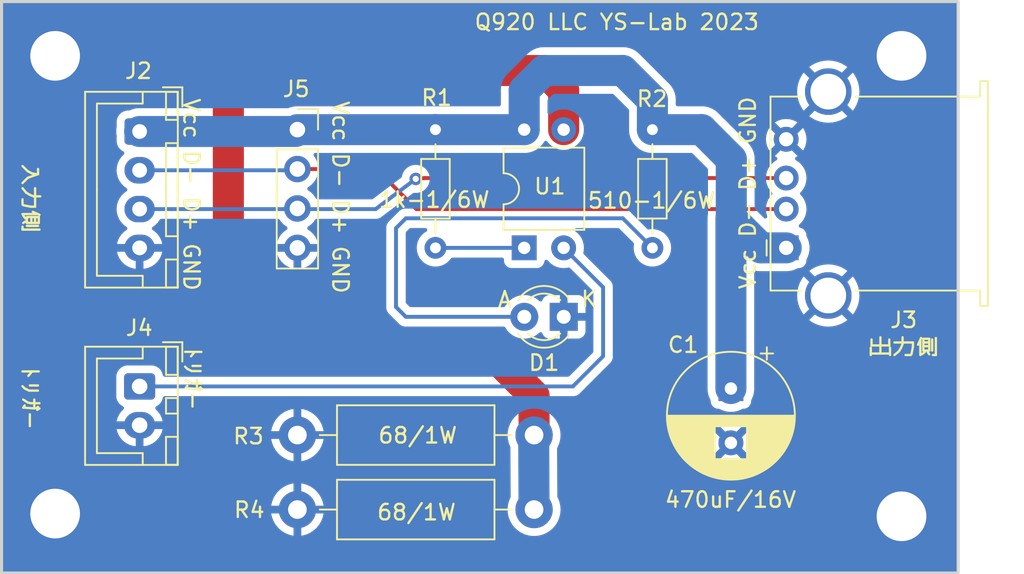
<source format=kicad_pcb>
(kicad_pcb (version 20221018) (generator pcbnew)
  (layers (0 "F.Cu" signal) (31 "B.Cu" signal) (34 "B.Paste" user) (35 "F.Paste" user) (36 "B.SilkS" user "B.Silkscreen") (37 "F.SilkS" user "F.Silkscreen") (38 "B.Mask" user) (39 "F.Mask" user) (44 "Edge.Cuts" user))
  (net 0 "")
  (net 1 "GND")
  (net 2 "Net-(D1-A)")
  (net 3 "/VBUS")
  (net 4 "/D-")
  (net 5 "/D+")
  (net 6 "Net-(J4-Pin_1)")
  (net 7 "Net-(R1-Pad2)")
  (net 8 "Net-(R3-Pad1)")
  (footprint "Capacitor_THT:CP_Radial_D8.0mm_P3.50mm" (layer "F.Cu") (at 129.5146 85.266149 -90)
    (fp_text reference "C1" (at -2.817749 3.0734) (layer "F.SilkS"))
    (fp_text value "470uF/16V" (at 7.164451 0.0254 -180) (layer "F.SilkS"))
    (fp_line (start -2.659698 -2.315) (end -1.859698 -2.315) (stroke (width 0.12)) (layer "F.SilkS"))
    (fp_line (start -2.259698 -2.715) (end -2.259698 -1.915) (stroke (width 0.12)) (layer "F.SilkS"))
    (fp_line (start 1.75 -4.08) (end 1.75 4.08) (stroke (width 0.12)) (layer "F.SilkS"))
    (fp_line (start 1.79 -4.08) (end 1.79 4.08) (stroke (width 0.12)) (layer "F.SilkS"))
    (fp_line (start 1.83 -4.08) (end 1.83 4.08) (stroke (width 0.12)) (layer "F.SilkS"))
    (fp_line (start 1.87 -4.079) (end 1.87 4.079) (stroke (width 0.12)) (layer "F.SilkS"))
    (fp_line (start 1.91 -4.077) (end 1.91 4.077) (stroke (width 0.12)) (layer "F.SilkS"))
    (fp_line (start 1.95 -4.076) (end 1.95 4.076) (stroke (width 0.12)) (layer "F.SilkS"))
    (fp_line (start 1.99 -4.074) (end 1.99 4.074) (stroke (width 0.12)) (layer "F.SilkS"))
    (fp_line (start 2.03 -4.071) (end 2.03 4.071) (stroke (width 0.12)) (layer "F.SilkS"))
    (fp_line (start 2.07 -4.068) (end 2.07 4.068) (stroke (width 0.12)) (layer "F.SilkS"))
    (fp_line (start 2.11 -4.065) (end 2.11 4.065) (stroke (width 0.12)) (layer "F.SilkS"))
    (fp_line (start 2.15 -4.061) (end 2.15 4.061) (stroke (width 0.12)) (layer "F.SilkS"))
    (fp_line (start 2.19 -4.057) (end 2.19 4.057) (stroke (width 0.12)) (layer "F.SilkS"))
    (fp_line (start 2.23 -4.052) (end 2.23 4.052) (stroke (width 0.12)) (layer "F.SilkS"))
    (fp_line (start 2.27 -4.048) (end 2.27 4.048) (stroke (width 0.12)) (layer "F.SilkS"))
    (fp_line (start 2.31 -4.042) (end 2.31 4.042) (stroke (width 0.12)) (layer "F.SilkS"))
    (fp_line (start 2.35 -4.037) (end 2.35 4.037) (stroke (width 0.12)) (layer "F.SilkS"))
    (fp_line (start 2.39 -4.03) (end 2.39 4.03) (stroke (width 0.12)) (layer "F.SilkS"))
    (fp_line (start 2.43 -4.024) (end 2.43 4.024) (stroke (width 0.12)) (layer "F.SilkS"))
    (fp_line (start 2.471 -4.017) (end 2.471 -1.04) (stroke (width 0.12)) (layer "F.SilkS"))
    (fp_line (start 2.471 1.04) (end 2.471 4.017) (stroke (width 0.12)) (layer "F.SilkS"))
    (fp_line (start 2.511 -4.01) (end 2.511 -1.04) (stroke (width 0.12)) (layer "F.SilkS"))
    (fp_line (start 2.511 1.04) (end 2.511 4.01) (stroke (width 0.12)) (layer "F.SilkS"))
    (fp_line (start 2.551 -4.002) (end 2.551 -1.04) (stroke (width 0.12)) (layer "F.SilkS"))
    (fp_line (start 2.551 1.04) (end 2.551 4.002) (stroke (width 0.12)) (layer "F.SilkS"))
    (fp_line (start 2.591 -3.994) (end 2.591 -1.04) (stroke (width 0.12)) (layer "F.SilkS"))
    (fp_line (start 2.591 1.04) (end 2.591 3.994) (stroke (width 0.12)) (layer "F.SilkS"))
    (fp_line (start 2.631 -3.985) (end 2.631 -1.04) (stroke (width 0.12)) (layer "F.SilkS"))
    (fp_line (start 2.631 1.04) (end 2.631 3.985) (stroke (width 0.12)) (layer "F.SilkS"))
    (fp_line (start 2.671 -3.976) (end 2.671 -1.04) (stroke (width 0.12)) (layer "F.SilkS"))
    (fp_line (start 2.671 1.04) (end 2.671 3.976) (stroke (width 0.12)) (layer "F.SilkS"))
    (fp_line (start 2.711 -3.967) (end 2.711 -1.04) (stroke (width 0.12)) (layer "F.SilkS"))
    (fp_line (start 2.711 1.04) (end 2.711 3.967) (stroke (width 0.12)) (layer "F.SilkS"))
    (fp_line (start 2.751 -3.957) (end 2.751 -1.04) (stroke (width 0.12)) (layer "F.SilkS"))
    (fp_line (start 2.751 1.04) (end 2.751 3.957) (stroke (width 0.12)) (layer "F.SilkS"))
    (fp_line (start 2.791 -3.947) (end 2.791 -1.04) (stroke (width 0.12)) (layer "F.SilkS"))
    (fp_line (start 2.791 1.04) (end 2.791 3.947) (stroke (width 0.12)) (layer "F.SilkS"))
    (fp_line (start 2.831 -3.936) (end 2.831 -1.04) (stroke (width 0.12)) (layer "F.SilkS"))
    (fp_line (start 2.831 1.04) (end 2.831 3.936) (stroke (width 0.12)) (layer "F.SilkS"))
    (fp_line (start 2.871 -3.925) (end 2.871 -1.04) (stroke (width 0.12)) (layer "F.SilkS"))
    (fp_line (start 2.871 1.04) (end 2.871 3.925) (stroke (width 0.12)) (layer "F.SilkS"))
    (fp_line (start 2.911 -3.914) (end 2.911 -1.04) (stroke (width 0.12)) (layer "F.SilkS"))
    (fp_line (start 2.911 1.04) (end 2.911 3.914) (stroke (width 0.12)) (layer "F.SilkS"))
    (fp_line (start 2.951 -3.902) (end 2.951 -1.04) (stroke (width 0.12)) (layer "F.SilkS"))
    (fp_line (start 2.951 1.04) (end 2.951 3.902) (stroke (width 0.12)) (layer "F.SilkS"))
    (fp_line (start 2.991 -3.889) (end 2.991 -1.04) (stroke (width 0.12)) (layer "F.SilkS"))
    (fp_line (start 2.991 1.04) (end 2.991 3.889) (stroke (width 0.12)) (layer "F.SilkS"))
    (fp_line (start 3.031 -3.877) (end 3.031 -1.04) (stroke (width 0.12)) (layer "F.SilkS"))
    (fp_line (start 3.031 1.04) (end 3.031 3.877) (stroke (width 0.12)) (layer "F.SilkS"))
    (fp_line (start 3.071 -3.863) (end 3.071 -1.04) (stroke (width 0.12)) (layer "F.SilkS"))
    (fp_line (start 3.071 1.04) (end 3.071 3.863) (stroke (width 0.12)) (layer "F.SilkS"))
    (fp_line (start 3.111 -3.85) (end 3.111 -1.04) (stroke (width 0.12)) (layer "F.SilkS"))
    (fp_line (start 3.111 1.04) (end 3.111 3.85) (stroke (width 0.12)) (layer "F.SilkS"))
    (fp_line (start 3.151 -3.835) (end 3.151 -1.04) (stroke (width 0.12)) (layer "F.SilkS"))
    (fp_line (start 3.151 1.04) (end 3.151 3.835) (stroke (width 0.12)) (layer "F.SilkS"))
    (fp_line (start 3.191 -3.821) (end 3.191 -1.04) (stroke (width 0.12)) (layer "F.SilkS"))
    (fp_line (start 3.191 1.04) (end 3.191 3.821) (stroke (width 0.12)) (layer "F.SilkS"))
    (fp_line (start 3.231 -3.805) (end 3.231 -1.04) (stroke (width 0.12)) (layer "F.SilkS"))
    (fp_line (start 3.231 1.04) (end 3.231 3.805) (stroke (width 0.12)) (layer "F.SilkS"))
    (fp_line (start 3.271 -3.79) (end 3.271 -1.04) (stroke (width 0.12)) (layer "F.SilkS"))
    (fp_line (start 3.271 1.04) (end 3.271 3.79) (stroke (width 0.12)) (layer "F.SilkS"))
    (fp_line (start 3.311 -3.774) (end 3.311 -1.04) (stroke (width 0.12)) (layer "F.SilkS"))
    (fp_line (start 3.311 1.04) (end 3.311 3.774) (stroke (width 0.12)) (layer "F.SilkS"))
    (fp_line (start 3.351 -3.757) (end 3.351 -1.04) (stroke (width 0.12)) (layer "F.SilkS"))
    (fp_line (start 3.351 1.04) (end 3.351 3.757) (stroke (width 0.12)) (layer "F.SilkS"))
    (fp_line (start 3.391 -3.74) (end 3.391 -1.04) (stroke (width 0.12)) (layer "F.SilkS"))
    (fp_line (start 3.391 1.04) (end 3.391 3.74) (stroke (width 0.12)) (layer "F.SilkS"))
    (fp_line (start 3.431 -3.722) (end 3.431 -1.04) (stroke (width 0.12)) (layer "F.SilkS"))
    (fp_line (start 3.431 1.04) (end 3.431 3.722) (stroke (width 0.12)) (layer "F.SilkS"))
    (fp_line (start 3.471 -3.704) (end 3.471 -1.04) (stroke (width 0.12)) (layer "F.SilkS"))
    (fp_line (start 3.471 1.04) (end 3.471 3.704) (stroke (width 0.12)) (layer "F.SilkS"))
    (fp_line (start 3.511 -3.686) (end 3.511 -1.04) (stroke (width 0.12)) (layer "F.SilkS"))
    (fp_line (start 3.511 1.04) (end 3.511 3.686) (stroke (width 0.12)) (layer "F.SilkS"))
    (fp_line (start 3.551 -3.666) (end 3.551 -1.04) (stroke (width 0.12)) (layer "F.SilkS"))
    (fp_line (start 3.551 1.04) (end 3.551 3.666) (stroke (width 0.12)) (layer "F.SilkS"))
    (fp_line (start 3.591 -3.647) (end 3.591 -1.04) (stroke (width 0.12)) (layer "F.SilkS"))
    (fp_line (start 3.591 1.04) (end 3.591 3.647) (stroke (width 0.12)) (layer "F.SilkS"))
    (fp_line (start 3.631 -3.627) (end 3.631 -1.04) (stroke (width 0.12)) (layer "F.SilkS"))
    (fp_line (start 3.631 1.04) (end 3.631 3.627) (stroke (width 0.12)) (layer "F.SilkS"))
    (fp_line (start 3.671 -3.606) (end 3.671 -1.04) (stroke (width 0.12)) (layer "F.SilkS"))
    (fp_line (start 3.671 1.04) (end 3.671 3.606) (stroke (width 0.12)) (layer "F.SilkS"))
    (fp_line (start 3.711 -3.584) (end 3.711 -1.04) (stroke (width 0.12)) (layer "F.SilkS"))
    (fp_line (start 3.711 1.04) (end 3.711 3.584) (stroke (width 0.12)) (layer "F.SilkS"))
    (fp_line (start 3.751 -3.562) (end 3.751 -1.04) (stroke (width 0.12)) (layer "F.SilkS"))
    (fp_line (start 3.751 1.04) (end 3.751 3.562) (stroke (width 0.12)) (layer "F.SilkS"))
    (fp_line (start 3.791 -3.54) (end 3.791 -1.04) (stroke (width 0.12)) (layer "F.SilkS"))
    (fp_line (start 3.791 1.04) (end 3.791 3.54) (stroke (width 0.12)) (layer "F.SilkS"))
    (fp_line (start 3.831 -3.517) (end 3.831 -1.04) (stroke (width 0.12)) (layer "F.SilkS"))
    (fp_line (start 3.831 1.04) (end 3.831 3.517) (stroke (width 0.12)) (layer "F.SilkS"))
    (fp_line (start 3.871 -3.493) (end 3.871 -1.04) (stroke (width 0.12)) (layer "F.SilkS"))
    (fp_line (start 3.871 1.04) (end 3.871 3.493) (stroke (width 0.12)) (layer "F.SilkS"))
    (fp_line (start 3.911 -3.469) (end 3.911 -1.04) (stroke (width 0.12)) (layer "F.SilkS"))
    (fp_line (start 3.911 1.04) (end 3.911 3.469) (stroke (width 0.12)) (layer "F.SilkS"))
    (fp_line (start 3.951 -3.444) (end 3.951 -1.04) (stroke (width 0.12)) (layer "F.SilkS"))
    (fp_line (start 3.951 1.04) (end 3.951 3.444) (stroke (width 0.12)) (layer "F.SilkS"))
    (fp_line (start 3.991 -3.418) (end 3.991 -1.04) (stroke (width 0.12)) (layer "F.SilkS"))
    (fp_line (start 3.991 1.04) (end 3.991 3.418) (stroke (width 0.12)) (layer "F.SilkS"))
    (fp_line (start 4.031 -3.392) (end 4.031 -1.04) (stroke (width 0.12)) (layer "F.SilkS"))
    (fp_line (start 4.031 1.04) (end 4.031 3.392) (stroke (width 0.12)) (layer "F.SilkS"))
    (fp_line (start 4.071 -3.365) (end 4.071 -1.04) (stroke (width 0.12)) (layer "F.SilkS"))
    (fp_line (start 4.071 1.04) (end 4.071 3.365) (stroke (width 0.12)) (layer "F.SilkS"))
    (fp_line (start 4.111 -3.338) (end 4.111 -1.04) (stroke (width 0.12)) (layer "F.SilkS"))
    (fp_line (start 4.111 1.04) (end 4.111 3.338) (stroke (width 0.12)) (layer "F.SilkS"))
    (fp_line (start 4.151 -3.309) (end 4.151 -1.04) (stroke (width 0.12)) (layer "F.SilkS"))
    (fp_line (start 4.151 1.04) (end 4.151 3.309) (stroke (width 0.12)) (layer "F.SilkS"))
    (fp_line (start 4.191 -3.28) (end 4.191 -1.04) (stroke (width 0.12)) (layer "F.SilkS"))
    (fp_line (start 4.191 1.04) (end 4.191 3.28) (stroke (width 0.12)) (layer "F.SilkS"))
    (fp_line (start 4.231 -3.25) (end 4.231 -1.04) (stroke (width 0.12)) (layer "F.SilkS"))
    (fp_line (start 4.231 1.04) (end 4.231 3.25) (stroke (width 0.12)) (layer "F.SilkS"))
    (fp_line (start 4.271 -3.22) (end 4.271 -1.04) (stroke (width 0.12)) (layer "F.SilkS"))
    (fp_line (start 4.271 1.04) (end 4.271 3.22) (stroke (width 0.12)) (layer "F.SilkS"))
    (fp_line (start 4.311 -3.189) (end 4.311 -1.04) (stroke (width 0.12)) (layer "F.SilkS"))
    (fp_line (start 4.311 1.04) (end 4.311 3.189) (stroke (width 0.12)) (layer "F.SilkS"))
    (fp_line (start 4.351 -3.156) (end 4.351 -1.04) (stroke (width 0.12)) (layer "F.SilkS"))
    (fp_line (start 4.351 1.04) (end 4.351 3.156) (stroke (width 0.12)) (layer "F.SilkS"))
    (fp_line (start 4.391 -3.124) (end 4.391 -1.04) (stroke (width 0.12)) (layer "F.SilkS"))
    (fp_line (start 4.391 1.04) (end 4.391 3.124) (stroke (width 0.12)) (layer "F.SilkS"))
    (fp_line (start 4.431 -3.09) (end 4.431 -1.04) (stroke (width 0.12)) (layer "F.SilkS"))
    (fp_line (start 4.431 1.04) (end 4.431 3.09) (stroke (width 0.12)) (layer "F.SilkS"))
    (fp_line (start 4.471 -3.055) (end 4.471 -1.04) (stroke (width 0.12)) (layer "F.SilkS"))
    (fp_line (start 4.471 1.04) (end 4.471 3.055) (stroke (width 0.12)) (layer "F.SilkS"))
    (fp_line (start 4.511 -3.019) (end 4.511 -1.04) (stroke (width 0.12)) (layer "F.SilkS"))
    (fp_line (start 4.511 1.04) (end 4.511 3.019) (stroke (width 0.12)) (layer "F.SilkS"))
    (fp_line (start 4.551 -2.983) (end 4.551 2.983) (stroke (width 0.12)) (layer "F.SilkS"))
    (fp_line (start 4.591 -2.945) (end 4.591 2.945) (stroke (width 0.12)) (layer "F.SilkS"))
    (fp_line (start 4.631 -2.907) (end 4.631 2.907) (stroke (width 0.12)) (layer "F.SilkS"))
    (fp_line (start 4.671 -2.867) (end 4.671 2.867) (stroke (width 0.12)) (layer "F.SilkS"))
    (fp_line (start 4.711 -2.826) (end 4.711 2.826) (stroke (width 0.12)) (layer "F.SilkS"))
    (fp_line (start 4.751 -2.784) (end 4.751 2.784) (stroke (width 0.12)) (layer "F.SilkS"))
    (fp_line (start 4.791 -2.741) (end 4.791 2.741) (stroke (width 0.12)) (layer "F.SilkS"))
    (fp_line (start 4.831 -2.697) (end 4.831 2.697) (stroke (width 0.12)) (layer "F.SilkS"))
    (fp_line (start 4.871 -2.651) (end 4.871 2.651) (stroke (width 0.12)) (layer "F.SilkS"))
    (fp_line (start 4.911 -2.604) (end 4.911 2.604) (stroke (width 0.12)) (layer "F.SilkS"))
    (fp_line (start 4.951 -2.556) (end 4.951 2.556) (stroke (width 0.12)) (layer "F.SilkS"))
    (fp_line (start 4.991 -2.505) (end 4.991 2.505) (stroke (width 0.12)) (layer "F.SilkS"))
    (fp_line (start 5.031 -2.454) (end 5.031 2.454) (stroke (width 0.12)) (layer "F.SilkS"))
    (fp_line (start 5.071 -2.4) (end 5.071 2.4) (stroke (width 0.12)) (layer "F.SilkS"))
    (fp_line (start 5.111 -2.345) (end 5.111 2.345) (stroke (width 0.12)) (layer "F.SilkS"))
    (fp_line (start 5.151 -2.287) (end 5.151 2.287) (stroke (width 0.12)) (layer "F.SilkS"))
    (fp_line (start 5.191 -2.228) (end 5.191 2.228) (stroke (width 0.12)) (layer "F.SilkS"))
    (fp_line (start 5.231 -2.166) (end 5.231 2.166) (stroke (width 0.12)) (layer "F.SilkS"))
    (fp_line (start 5.271 -2.102) (end 5.271 2.102) (stroke (width 0.12)) (layer "F.SilkS"))
    (fp_line (start 5.311 -2.034) (end 5.311 2.034) (stroke (width 0.12)) (layer "F.SilkS"))
    (fp_line (start 5.351 -1.964) (end 5.351 1.964) (stroke (width 0.12)) (layer "F.SilkS"))
    (fp_line (start 5.391 -1.89) (end 5.391 1.89) (stroke (width 0.12)) (layer "F.SilkS"))
    (fp_line (start 5.431 -1.813) (end 5.431 1.813) (stroke (width 0.12)) (layer "F.SilkS"))
    (fp_line (start 5.471 -1.731) (end 5.471 1.731) (stroke (width 0.12)) (layer "F.SilkS"))
    (fp_line (start 5.511 -1.645) (end 5.511 1.645) (stroke (width 0.12)) (layer "F.SilkS"))
    (fp_line (start 5.551 -1.552) (end 5.551 1.552) (stroke (width 0.12)) (layer "F.SilkS"))
    (fp_line (start 5.591 -1.453) (end 5.591 1.453) (stroke (width 0.12)) (layer "F.SilkS"))
    (fp_line (start 5.631 -1.346) (end 5.631 1.346) (stroke (width 0.12)) (layer "F.SilkS"))
    (fp_line (start 5.671 -1.229) (end 5.671 1.229) (stroke (width 0.12)) (layer "F.SilkS"))
    (fp_line (start 5.711 -1.098) (end 5.711 1.098) (stroke (width 0.12)) (layer "F.SilkS"))
    (fp_line (start 5.751 -0.948) (end 5.751 0.948) (stroke (width 0.12)) (layer "F.SilkS"))
    (fp_line (start 5.791 -0.768) (end 5.791 0.768) (stroke (width 0.12)) (layer "F.SilkS"))
    (fp_line (start 5.831 -0.533) (end 5.831 0.533) (stroke (width 0.12)) (layer "F.SilkS"))
    (fp_circle (center 1.75 0) (end 5.87 0) (stroke (width 0.12)) (fill none) (layer "F.SilkS"))
    (pad "1" thru_hole rect (at 0 0 270) (size 1.6 1.6) (drill 0.8) (layers "*.Cu" "*.Mask") (net 3 "/VBUS"))
    (pad "2" thru_hole circle (at 3.5 0 270) (size 1.6 1.6) (drill 0.8) (layers "*.Cu" "*.Mask") (net 1 "GND"))
  )
  (footprint "LED_THT:LED_D3.0mm" (layer "F.Cu") (at 118.75 80.645 180)
    (fp_text reference "D1" (at 1.27 -2.96) (layer "F.SilkS"))
    (fp_text value "OSG8HA3Z74A")
    (fp_line (start -0.29 -1.236) (end -0.29 -1.08) (stroke (width 0.12)) (layer "F.SilkS"))
    (fp_line (start -0.29 1.08) (end -0.29 1.236) (stroke (width 0.12)) (layer "F.SilkS"))
    (fp_arc (start -0.29 -1.235516) (mid 1.366487 -1.987659) (end 2.942335 -1.078608) (stroke (width 0.12)) (layer "F.SilkS"))
    (fp_arc (start 0.229039 -1.08) (mid 1.270117 -1.5) (end 2.31113 -1.079837) (stroke (width 0.12)) (layer "F.SilkS"))
    (fp_arc (start 2.31113 1.079837) (mid 1.270117 1.5) (end 0.229039 1.08) (stroke (width 0.12)) (layer "F.SilkS"))
    (fp_arc (start 2.942335 1.078608) (mid 1.366487 1.987659) (end -0.29 1.235516) (stroke (width 0.12)) (layer "F.SilkS"))
    (pad "1" thru_hole rect (at 0 0 180) (size 1.8 1.8) (drill 0.9) (layers "*.Cu" "*.Mask") (net 1 "GND"))
    (pad "2" thru_hole circle (at 2.54 0 180) (size 1.8 1.8) (drill 0.9) (layers "*.Cu" "*.Mask") (net 2 "Net-(D1-A)"))
  )
  (footprint "MountingHole:MountingHole_3.2mm_M3" (layer "F.Cu") (at 86 64)
    (fp_text reference "REF**" hide)
    (fp_text value "MountingHole_3.2mm_M3" hide)
    (pad "" np_thru_hole circle (at 0 -0.1752) (size 3.2 3.2) (drill 3.2) (layers "F&B.Cu" "*.Mask"))
  )
  (footprint "Resistor_THT:R_Axial_DIN0411_L9.9mm_D3.6mm_P15.24mm_Horizontal" (layer "F.Cu") (at 116.84 93.0656 180)
    (fp_text reference "R4" (at 18.3388 -0.0254) (layer "F.SilkS"))
    (fp_text value "68/1W" (at 7.5692 -0.1778) (layer "F.SilkS"))
    (fp_line (start 1.44 0) (end 2.55 0) (stroke (width 0.12)) (layer "F.SilkS"))
    (fp_line (start 2.55 -1.92) (end 2.55 1.92) (stroke (width 0.12)) (layer "F.SilkS"))
    (fp_line (start 2.55 1.92) (end 12.69 1.92) (stroke (width 0.12)) (layer "F.SilkS"))
    (fp_line (start 12.69 -1.92) (end 2.55 -1.92) (stroke (width 0.12)) (layer "F.SilkS"))
    (fp_line (start 12.69 1.92) (end 12.69 -1.92) (stroke (width 0.12)) (layer "F.SilkS"))
    (fp_line (start 13.8 0) (end 12.69 0) (stroke (width 0.12)) (layer "F.SilkS"))
    (pad "1" thru_hole circle (at 0 0 180) (size 2.4 2.4) (drill 1.2) (layers "*.Cu" "*.Mask") (net 8 "Net-(R3-Pad1)"))
    (pad "2" thru_hole oval (at 15.24 0 180) (size 2.4 2.4) (drill 1.2) (layers "*.Cu" "*.Mask") (net 1 "GND"))
  )
  (footprint "Connector_PinSocket_2.54mm:PinSocket_1x04_P2.54mm_Vertical" (layer "F.Cu") (at 101.6 68.58)
    (fp_text reference "J5" (at -0.0762 -2.6162) (layer "F.SilkS"))
    (fp_text value "TEST POINT")
    (fp_line (start -1.33 1.27) (end -1.33 8.95) (stroke (width 0.12)) (layer "F.SilkS"))
    (fp_line (start -1.33 1.27) (end 1.33 1.27) (stroke (width 0.12)) (layer "F.SilkS"))
    (fp_line (start -1.33 8.95) (end 1.33 8.95) (stroke (width 0.12)) (layer "F.SilkS"))
    (fp_line (start 0 -1.33) (end 1.33 -1.33) (stroke (width 0.12)) (layer "F.SilkS"))
    (fp_line (start 1.33 -1.33) (end 1.33 0) (stroke (width 0.12)) (layer "F.SilkS"))
    (fp_line (start 1.33 1.27) (end 1.33 8.95) (stroke (width 0.12)) (layer "F.SilkS"))
    (pad "1" thru_hole rect (at 0 0) (size 1.7 1.7) (drill 1) (layers "*.Cu" "*.Mask") (net 3 "/VBUS"))
    (pad "2" thru_hole oval (at 0 2.54) (size 1.7 1.7) (drill 1) (layers "*.Cu" "*.Mask") (net 4 "/D-"))
    (pad "3" thru_hole oval (at 0 5.08) (size 1.7 1.7) (drill 1) (layers "*.Cu" "*.Mask") (net 5 "/D+"))
    (pad "4" thru_hole oval (at 0 7.62) (size 1.7 1.7) (drill 1) (layers "*.Cu" "*.Mask") (net 1 "GND"))
  )
  (footprint "Connector_JST:JST_XH_B2B-XH-A_1x02_P2.50mm_Vertical" (layer "F.Cu") (at 91.44 85.13 -90)
    (fp_text reference "J4" (at -3.7738 0.0254 -180) (layer "F.SilkS"))
    (fp_text value "SW pin/Conn_01x02_Socket")
    (fp_line (start -2.85 -2.75) (end -2.85 -1.5) (stroke (width 0.12)) (layer "F.SilkS"))
    (fp_line (start -2.56 -2.46) (end -2.56 3.51) (stroke (width 0.12)) (layer "F.SilkS"))
    (fp_line (start -2.56 3.51) (end 5.06 3.51) (stroke (width 0.12)) (layer "F.SilkS"))
    (fp_line (start -2.55 -2.45) (end -2.55 -1.7) (stroke (width 0.12)) (layer "F.SilkS"))
    (fp_line (start -2.55 -1.7) (end -0.75 -1.7) (stroke (width 0.12)) (layer "F.SilkS"))
    (fp_line (start -2.55 -0.2) (end -1.8 -0.2) (stroke (width 0.12)) (layer "F.SilkS"))
    (fp_line (start -1.8 -0.2) (end -1.8 2.75) (stroke (width 0.12)) (layer "F.SilkS"))
    (fp_line (start -1.8 2.75) (end 1.25 2.75) (stroke (width 0.12)) (layer "F.SilkS"))
    (fp_line (start -1.6 -2.75) (end -2.85 -2.75) (stroke (width 0.12)) (layer "F.SilkS"))
    (fp_line (start -0.75 -2.45) (end -2.55 -2.45) (stroke (width 0.12)) (layer "F.SilkS"))
    (fp_line (start -0.75 -1.7) (end -0.75 -2.45) (stroke (width 0.12)) (layer "F.SilkS"))
    (fp_line (start 0.75 -2.45) (end 0.75 -1.7) (stroke (width 0.12)) (layer "F.SilkS"))
    (fp_line (start 0.75 -1.7) (end 1.75 -1.7) (stroke (width 0.12)) (layer "F.SilkS"))
    (fp_line (start 1.75 -2.45) (end 0.75 -2.45) (stroke (width 0.12)) (layer "F.SilkS"))
    (fp_line (start 1.75 -1.7) (end 1.75 -2.45) (stroke (width 0.12)) (layer "F.SilkS"))
    (fp_line (start 3.25 -2.45) (end 3.25 -1.7) (stroke (width 0.12)) (layer "F.SilkS"))
    (fp_line (start 3.25 -1.7) (end 5.05 -1.7) (stroke (width 0.12)) (layer "F.SilkS"))
    (fp_line (start 4.3 -0.2) (end 4.3 2.75) (stroke (width 0.12)) (layer "F.SilkS"))
    (fp_line (start 4.3 2.75) (end 1.25 2.75) (stroke (width 0.12)) (layer "F.SilkS"))
    (fp_line (start 5.05 -2.45) (end 3.25 -2.45) (stroke (width 0.12)) (layer "F.SilkS"))
    (fp_line (start 5.05 -1.7) (end 5.05 -2.45) (stroke (width 0.12)) (layer "F.SilkS"))
    (fp_line (start 5.05 -0.2) (end 4.3 -0.2) (stroke (width 0.12)) (layer "F.SilkS"))
    (fp_line (start 5.06 -2.46) (end -2.56 -2.46) (stroke (width 0.12)) (layer "F.SilkS"))
    (fp_line (start 5.06 3.51) (end 5.06 -2.46) (stroke (width 0.12)) (layer "F.SilkS"))
    (pad "1" thru_hole roundrect (at 0 0 270) (size 1.7 2) (drill 1) (layers "*.Cu" "*.Mask") (roundrect_rratio 0.147059) (net 6 "Net-(J4-Pin_1)"))
    (pad "2" thru_hole oval (at 2.5 0 270) (size 1.7 2) (drill 1) (layers "*.Cu" "*.Mask") (net 1 "GND"))
  )
  (footprint "Connector_USB:USB_A_Stewart_SS-52100-001_Horizontal" (layer "F.Cu") (at 133.075 76.2 90)
    (fp_text reference "J3" (at -4.6482 7.5648 180) (layer "F.SilkS"))
    (fp_text value "出力側 USB_A")
    (fp_line (start -3.75 12.49) (end -3.75 12.99) (stroke (width 0.12)) (layer "F.SilkS"))
    (fp_line (start -3.75 12.99) (end 10.75 12.99) (stroke (width 0.12)) (layer "F.SilkS"))
    (fp_line (start -2.75 -1.01) (end -2.75 0.99) (stroke (width 0.12)) (layer "F.SilkS"))
    (fp_line (start -2.75 4.49) (end -2.75 12.49) (stroke (width 0.12)) (layer "F.SilkS"))
    (fp_line (start -2.75 12.49) (end -3.75 12.49) (stroke (width 0.12)) (layer "F.SilkS"))
    (fp_line (start -0.5 -1.26) (end 0.5 -1.26) (stroke (width 0.12)) (layer "F.SilkS"))
    (fp_line (start 9.75 -1.01) (end -2.75 -1.01) (stroke (width 0.12)) (layer "F.SilkS"))
    (fp_line (start 9.75 0.99) (end 9.75 -1.01) (stroke (width 0.12)) (layer "F.SilkS"))
    (fp_line (start 9.75 12.49) (end 9.75 4.49) (stroke (width 0.12)) (layer "F.SilkS"))
    (fp_line (start 10.75 12.49) (end 9.75 12.49) (stroke (width 0.12)) (layer "F.SilkS"))
    (fp_line (start 10.75 12.99) (end 10.75 12.49) (stroke (width 0.12)) (layer "F.SilkS"))
    (pad "1" thru_hole rect (at 0 0 90) (size 1.6 1.6) (drill 0.92) (layers "*.Cu" "*.Mask") (net 3 "/VBUS"))
    (pad "2" thru_hole circle (at 2.5 0 90) (size 1.6 1.6) (drill 0.92) (layers "*.Cu" "*.Mask") (net 4 "/D-"))
    (pad "3" thru_hole circle (at 4.5 0 90) (size 1.6 1.6) (drill 0.92) (layers "*.Cu" "*.Mask") (net 5 "/D+"))
    (pad "4" thru_hole circle (at 7 0 90) (size 1.6 1.6) (drill 0.92) (layers "*.Cu" "*.Mask") (net 1 "GND"))
    (pad "5" thru_hole circle (at -3.07 2.71 90) (size 3 3) (drill 2.3) (layers "*.Cu" "*.Mask") (net 1 "GND"))
    (pad "5" thru_hole circle (at 10.07 2.71 90) (size 3 3) (drill 2.3) (layers "*.Cu" "*.Mask") (net 1 "GND"))
  )
  (footprint "MountingHole:MountingHole_3.2mm_M3" (layer "F.Cu") (at 140.5 64)
    (fp_text reference "REF**" hide)
    (fp_text value "MountingHole_3.2mm_M3" hide)
    (pad "" np_thru_hole circle (at 0 -0.1752) (size 3.2 3.2) (drill 3.2) (layers "F&B.Cu" "*.Mask"))
  )
  (footprint "Resistor_THT:R_Axial_DIN0204_L3.6mm_D1.6mm_P7.62mm_Horizontal" (layer "F.Cu") (at 110.49 68.58 -90)
    (fp_text reference "R1" (at -2.0574 -0.0762) (layer "F.SilkS"))
    (fp_text value "1k-1/6W" (at 4.5212 0.0762 -180) (layer "F.SilkS"))
    (fp_line (start 0.94 0) (end 1.89 0) (stroke (width 0.12)) (layer "F.SilkS"))
    (fp_line (start 1.89 -0.92) (end 1.89 0.92) (stroke (width 0.12)) (layer "F.SilkS"))
    (fp_line (start 1.89 0.92) (end 5.73 0.92) (stroke (width 0.12)) (layer "F.SilkS"))
    (fp_line (start 5.73 -0.92) (end 1.89 -0.92) (stroke (width 0.12)) (layer "F.SilkS"))
    (fp_line (start 5.73 0.92) (end 5.73 -0.92) (stroke (width 0.12)) (layer "F.SilkS"))
    (fp_line (start 6.68 0) (end 5.73 0) (stroke (width 0.12)) (layer "F.SilkS"))
    (pad "1" thru_hole circle (at 0 0 270) (size 1.4 1.4) (drill 0.7) (layers "*.Cu" "*.Mask") (net 3 "/VBUS"))
    (pad "2" thru_hole oval (at 7.62 0 270) (size 1.4 1.4) (drill 0.7) (layers "*.Cu" "*.Mask") (net 7 "Net-(R1-Pad2)"))
  )
  (footprint "MountingHole:MountingHole_3.2mm_M3" (layer "F.Cu") (at 140.5636 93.5482)
    (fp_text reference "REF**" hide)
    (fp_text value "MountingHole_3.2mm_M3" hide)
    (pad "" np_thru_hole circle (at -0.0636 -0.0482) (size 3.2 3.2) (drill 3.2) (layers "F&B.Cu" "*.Mask"))
  )
  (footprint "Package_DIP:DIP-4_W7.62mm" (layer "F.Cu") (at 116.205 76.2 90)
    (fp_text reference "U1" (at 3.9624 1.651 180) (layer "F.SilkS"))
    (fp_text value "TLP222A")
    (fp_line (start 1.16 -1.33) (end 1.16 3.87) (stroke (width 0.12)) (layer "F.SilkS"))
    (fp_line (start 1.16 3.87) (end 6.46 3.87) (stroke (width 0.12)) (layer "F.SilkS"))
    (fp_line (start 2.81 -1.33) (end 1.16 -1.33) (stroke (width 0.12)) (layer "F.SilkS"))
    (fp_line (start 6.46 -1.33) (end 4.81 -1.33) (stroke (width 0.12)) (layer "F.SilkS"))
    (fp_line (start 6.46 3.87) (end 6.46 -1.33) (stroke (width 0.12)) (layer "F.SilkS"))
    (fp_arc (start 4.81 -1.33) (mid 3.81 -0.33) (end 2.81 -1.33) (stroke (width 0.12)) (layer "F.SilkS"))
    (pad "1" thru_hole rect (at 0 0 90) (size 1.6 1.6) (drill 0.8) (layers "*.Cu" "*.Mask") (net 7 "Net-(R1-Pad2)"))
    (pad "2" thru_hole oval (at 0 2.54 90) (size 1.6 1.6) (drill 0.8) (layers "*.Cu" "*.Mask") (net 6 "Net-(J4-Pin_1)"))
    (pad "3" thru_hole oval (at 7.62 2.54 90) (size 1.6 1.6) (drill 0.8) (layers "*.Cu" "*.Mask") (net 8 "Net-(R3-Pad1)"))
    (pad "4" thru_hole oval (at 7.62 0 90) (size 1.6 1.6) (drill 0.8) (layers "*.Cu" "*.Mask") (net 3 "/VBUS"))
  )
  (footprint "Resistor_THT:R_Axial_DIN0204_L3.6mm_D1.6mm_P7.62mm_Horizontal" (layer "F.Cu") (at 124.46 68.58 -90)
    (fp_text reference "R2" (at -1.9812 0.0254) (layer "F.SilkS"))
    (fp_text value "510-1/6W" (at 4.572 0.0508 -180) (layer "F.SilkS"))
    (fp_line (start 0.94 0) (end 1.89 0) (stroke (width 0.12)) (layer "F.SilkS"))
    (fp_line (start 1.89 -0.92) (end 1.89 0.92) (stroke (width 0.12)) (layer "F.SilkS"))
    (fp_line (start 1.89 0.92) (end 5.73 0.92) (stroke (width 0.12)) (layer "F.SilkS"))
    (fp_line (start 5.73 -0.92) (end 1.89 -0.92) (stroke (width 0.12)) (layer "F.SilkS"))
    (fp_line (start 5.73 0.92) (end 5.73 -0.92) (stroke (width 0.12)) (layer "F.SilkS"))
    (fp_line (start 6.68 0) (end 5.73 0) (stroke (width 0.12)) (layer "F.SilkS"))
    (pad "1" thru_hole circle (at 0 0 270) (size 1.4 1.4) (drill 0.7) (layers "*.Cu" "*.Mask") (net 3 "/VBUS"))
    (pad "2" thru_hole oval (at 7.62 0 270) (size 1.4 1.4) (drill 0.7) (layers "*.Cu" "*.Mask") (net 2 "Net-(D1-A)"))
  )
  (footprint "Resistor_THT:R_Axial_DIN0411_L9.9mm_D3.6mm_P15.24mm_Horizontal" (layer "F.Cu") (at 116.84 88.265 180)
    (fp_text reference "R3" (at 18.3896 -0.0762) (layer "F.SilkS"))
    (fp_text value "68/1W" (at 7.493 -0.0254) (layer "F.SilkS"))
    (fp_line (start 1.44 0) (end 2.55 0) (stroke (width 0.12)) (layer "F.SilkS"))
    (fp_line (start 2.55 -1.92) (end 2.55 1.92) (stroke (width 0.12)) (layer "F.SilkS"))
    (fp_line (start 2.55 1.92) (end 12.69 1.92) (stroke (width 0.12)) (layer "F.SilkS"))
    (fp_line (start 12.69 -1.92) (end 2.55 -1.92) (stroke (width 0.12)) (layer "F.SilkS"))
    (fp_line (start 12.69 1.92) (end 12.69 -1.92) (stroke (width 0.12)) (layer "F.SilkS"))
    (fp_line (start 13.8 0) (end 12.69 0) (stroke (width 0.12)) (layer "F.SilkS"))
    (pad "1" thru_hole circle (at 0 0 180) (size 2.4 2.4) (drill 1.2) (layers "*.Cu" "*.Mask") (net 8 "Net-(R3-Pad1)"))
    (pad "2" thru_hole oval (at 15.24 0 180) (size 2.4 2.4) (drill 1.2) (layers "*.Cu" "*.Mask") (net 1 "GND"))
  )
  (footprint "Connector_JST:JST_XH_B4B-XH-A_1x04_P2.50mm_Vertical" (layer "F.Cu") (at 91.44 68.7 -90)
    (fp_text reference "J2" (at -3.9046 0.0762 -180) (layer "F.SilkS"))
    (fp_text value "XH-B4B")
    (fp_line (start -2.85 -2.75) (end -2.85 -1.5) (stroke (width 0.12)) (layer "F.SilkS"))
    (fp_line (start -2.56 -2.46) (end -2.56 3.51) (stroke (width 0.12)) (layer "F.SilkS"))
    (fp_line (start -2.56 3.51) (end 10.06 3.51) (stroke (width 0.12)) (layer "F.SilkS"))
    (fp_line (start -2.55 -2.45) (end -2.55 -1.7) (stroke (width 0.12)) (layer "F.SilkS"))
    (fp_line (start -2.55 -1.7) (end -0.75 -1.7) (stroke (width 0.12)) (layer "F.SilkS"))
    (fp_line (start -2.55 -0.2) (end -1.8 -0.2) (stroke (width 0.12)) (layer "F.SilkS"))
    (fp_line (start -1.8 -0.2) (end -1.8 2.75) (stroke (width 0.12)) (layer "F.SilkS"))
    (fp_line (start -1.8 2.75) (end 3.75 2.75) (stroke (width 0.12)) (layer "F.SilkS"))
    (fp_line (start -1.6 -2.75) (end -2.85 -2.75) (stroke (width 0.12)) (layer "F.SilkS"))
    (fp_line (start -0.75 -2.45) (end -2.55 -2.45) (stroke (width 0.12)) (layer "F.SilkS"))
    (fp_line (start -0.75 -1.7) (end -0.75 -2.45) (stroke (width 0.12)) (layer "F.SilkS"))
    (fp_line (start 0.75 -2.45) (end 0.75 -1.7) (stroke (width 0.12)) (layer "F.SilkS"))
    (fp_line (start 0.75 -1.7) (end 6.75 -1.7) (stroke (width 0.12)) (layer "F.SilkS"))
    (fp_line (start 6.75 -2.45) (end 0.75 -2.45) (stroke (width 0.12)) (layer "F.SilkS"))
    (fp_line (start 6.75 -1.7) (end 6.75 -2.45) (stroke (width 0.12)) (layer "F.SilkS"))
    (fp_line (start 8.25 -2.45) (end 8.25 -1.7) (stroke (width 0.12)) (layer "F.SilkS"))
    (fp_line (start 8.25 -1.7) (end 10.05 -1.7) (stroke (width 0.12)) (layer "F.SilkS"))
    (fp_line (start 9.3 -0.2) (end 9.3 2.75) (stroke (width 0.12)) (layer "F.SilkS"))
    (fp_line (start 9.3 2.75) (end 3.75 2.75) (stroke (width 0.12)) (layer "F.SilkS"))
    (fp_line (start 10.05 -2.45) (end 8.25 -2.45) (stroke (width 0.12)) (layer "F.SilkS"))
    (fp_line (start 10.05 -1.7) (end 10.05 -2.45) (stroke (width 0.12)) (layer "F.SilkS"))
    (fp_line (start 10.05 -0.2) (end 9.3 -0.2) (stroke (width 0.12)) (layer "F.SilkS"))
    (fp_line (start 10.06 -2.46) (end -2.56 -2.46) (stroke (width 0.12)) (layer "F.SilkS"))
    (fp_line (start 10.06 3.51) (end 10.06 -2.46) (stroke (width 0.12)) (layer "F.SilkS"))
    (pad "1" thru_hole roundrect (at 0 0 270) (size 1.7 1.95) (drill 0.95) (layers "*.Cu" "*.Mask") (roundrect_rratio 0.147059) (net 3 "/VBUS"))
    (pad "2" thru_hole oval (at 2.5 0 270) (size 1.7 1.95) (drill 0.95) (layers "*.Cu" "*.Mask") (net 4 "/D-"))
    (pad "3" thru_hole oval (at 5 0 270) (size 1.7 1.95) (drill 0.95) (layers "*.Cu" "*.Mask") (net 5 "/D+"))
    (pad "4" thru_hole oval (at 7.5 0 270) (size 1.7 1.95) (drill 0.95) (layers "*.Cu" "*.Mask") (net 1 "GND"))
  )
  (footprint "MountingHole:MountingHole_3.2mm_M3" (layer "F.Cu") (at 86 93.5)
    (fp_text reference "REF**" hide)
    (fp_text value "MountingHole_3.2mm_M3" hide)
    (pad "" np_thru_hole circle (at 0 -0.1752) (size 3.2 3.2) (drill 3.2) (layers "F&B.Cu" "*.Mask"))
  )
  (gr_rect (start 82.55 60.325) (end 144.145 97.155) (stroke (width 0.2)) (fill none) (layer "Edge.Cuts"))
  (gr_text "A" (at 114.427 80.1116) (layer "F.SilkS") (effects (font (size 1 1)) (justify left bottom)))
  (gr_text "Q920 LLC YS-Lab 2023" (at 112.9284 62.23) (layer "F.SilkS") (effects (font (size 1 1)) (justify left bottom)))
  (gr_text "出力側" (at 138.3284 83.2358) (layer "F.SilkS") (effects (font (size 1 1)) (justify left bottom)))
  (gr_text "K" (at 119.7864 80.0862) (layer "F.SilkS") (effects (font (size 1 1)) (justify left bottom)))
  (gr_text "Vcc D- D+ GND" (at 131.191 78.9432 90) (layer "F.SilkS") (effects (font (size 1 1)) (justify left bottom)))
  (gr_text "トリガー" (at 83.7184 83.5406 270) (layer "F.SilkS") (effects (font (size 1 1)) (justify left bottom)))
  (gr_text "トリガー" (at 94.19 82.28 270) (layer "F.SilkS") (effects (font (size 1 1)) (justify left bottom)))
  (gr_text "Vcc D- D+ GND" (at 103.7844 66.6496 270) (layer "F.SilkS") (effects (font (size 1 1)) (justify left bottom)))
  (gr_text "入力側" (at 83.7692 70.6374 -90) (layer "F.SilkS") (effects (font (size 1 1)) (justify left bottom)))
  (gr_text "Vcc D- D+ GND" (at 94.19 66.475 270) (layer "F.SilkS") (effects (font (size 1 1)) (justify left bottom)))
  (segment (start 108.585 74.295) (end 107.95 74.93) (width 0.25) (layer "B.Cu") (net 2))
  (segment (start 108.585 80.645) (end 116.21 80.645) (width 0.25) (layer "B.Cu") (net 2))
  (segment (start 107.95 80.01) (end 108.585 80.645) (width 0.25) (layer "B.Cu") (net 2))
  (segment (start 107.95 74.93) (end 107.95 80.01) (width 0.25) (layer "B.Cu") (net 2))
  (segment (start 124.46 76.2) (end 122.555 74.295) (width 0.25) (layer "B.Cu") (net 2))
  (segment (start 122.555 74.295) (end 108.585 74.295) (width 0.25) (layer "B.Cu") (net 2))
  (segment (start 122.555 64.77) (end 124.46 66.675) (width 2) (layer "B.Cu") (net 3))
  (segment (start 101.48 68.7) (end 101.6 68.58) (width 0.25) (layer "B.Cu") (net 3))
  (segment (start 129.54 74.295) (end 131.445 76.2) (width 2) (layer "B.Cu") (net 3))
  (segment (start 127.635 68.58) (end 129.54 70.485) (width 2) (layer "B.Cu") (net 3))
  (segment (start 101.6 68.58) (end 110.49 68.58) (width 2) (layer "B.Cu") (net 3))
  (segment (start 91.44 68.7) (end 101.48 68.7) (width 2) (layer "B.Cu") (net 3))
  (segment (start 117.475 64.77) (end 122.555 64.77) (width 2) (layer "B.Cu") (net 3))
  (segment (start 116.205 66.04) (end 117.475 64.77) (width 2) (layer "B.Cu") (net 3))
  (segment (start 129.5146 85.266149) (end 129.5146 74.3204) (width 2) (layer "B.Cu") (net 3))
  (segment (start 131.445 76.2) (end 133.075 76.2) (width 2) (layer "B.Cu") (net 3))
  (segment (start 124.46 68.58) (end 127.635 68.58) (width 2) (layer "B.Cu") (net 3))
  (segment (start 110.49 68.58) (end 116.205 68.58) (width 2) (layer "B.Cu") (net 3))
  (segment (start 129.5146 74.3204) (end 129.54 74.295) (width 0.25) (layer "B.Cu") (net 3))
  (segment (start 124.46 66.675) (end 124.46 68.58) (width 2) (layer "B.Cu") (net 3))
  (segment (start 116.205 68.58) (end 116.205 66.04) (width 2) (layer "B.Cu") (net 3))
  (segment (start 129.54 70.485) (end 129.54 74.295) (width 2) (layer "B.Cu") (net 3))
  (segment (start 106.68 71.12) (end 109.26 73.7) (width 0.25) (layer "F.Cu") (net 4))
  (segment (start 101.6 71.12) (end 106.68 71.12) (width 0.25) (layer "F.Cu") (net 4))
  (segment (start 109.26 73.7) (end 133.075 73.7) (width 0.25) (layer "F.Cu") (net 4))
  (segment (start 91.44 71.2) (end 101.52 71.2) (width 0.25) (layer "B.Cu") (net 4))
  (segment (start 101.52 71.2) (end 101.6 71.12) (width 0.2) (layer "B.Cu") (net 4))
  (segment (start 109.8 71.7) (end 133.075 71.7) (width 0.25) (layer "F.Cu") (net 5))
  (segment (start 109.22 71.755) (end 109.8 71.7) (width 0.25) (layer "F.Cu") (net 5))
  (via (at 109.22 71.755) (size 0.8) (drill 0.4) (layers "F.Cu" "B.Cu") (net 5))
  (segment (start 101.56 73.7) (end 101.6 73.66) (width 0.2) (layer "B.Cu") (net 5))
  (segment (start 106.64 73.7) (end 101.56 73.7) (width 0.25) (layer "B.Cu") (net 5))
  (segment (start 91.44 73.7) (end 101.56 73.7) (width 0.25) (layer "B.Cu") (net 5))
  (segment (start 109.22 71.755) (end 106.64 73.7) (width 0.25) (layer "B.Cu") (net 5))
  (segment (start 119.34 85.13) (end 121.285 83.185) (width 0.25) (layer "B.Cu") (net 6))
  (segment (start 121.285 83.185) (end 121.285 78.74) (width 0.25) (layer "B.Cu") (net 6))
  (segment (start 91.44 85.13) (end 119.34 85.13) (width 0.25) (layer "B.Cu") (net 6))
  (segment (start 121.285 78.74) (end 118.745 76.2) (width 0.25) (layer "B.Cu") (net 6))
  (segment (start 110.49 76.2) (end 116.205 76.2) (width 0.25) (layer "B.Cu") (net 7))
  (segment (start 118.745 66.04) (end 117.475 64.77) (width 2) (layer "F.Cu") (net 8))
  (segment (start 98.425 64.77) (end 97.155 66.04) (width 2) (layer "F.Cu") (net 8))
  (segment (start 97.155 80.645) (end 99.06 82.55) (width 2) (layer "F.Cu") (net 8))
  (segment (start 118.745 68.58) (end 118.745 66.04) (width 2) (layer "F.Cu") (net 8))
  (segment (start 116.84 85.725) (end 116.84 88.265) (width 2) (layer "F.Cu") (net 8))
  (segment (start 97.155 66.04) (end 97.155 80.645) (width 2) (layer "F.Cu") (net 8))
  (segment (start 117.475 64.77) (end 98.425 64.77) (width 2) (layer "F.Cu") (net 8))
  (segment (start 99.06 82.55) (end 113.665 82.55) (width 2) (layer "F.Cu") (net 8))
  (segment (start 113.665 82.55) (end 116.84 85.725) (width 2) (layer "F.Cu") (net 8))
  (segment (start 116.84 93.0656) (end 116.8146 88.265) (width 2) (layer "B.Cu") (net 8))
  (zone (net 1) (net_name "GND") (layer "B.Cu") (connect_pads (clearance 0.5)) (min_thickness 0.25) (fill yes (thermal_gap 0.5) (thermal_bridge_width 0.5))
    (polygon (pts (xy 82.55 60.325) (xy 144.145 60.325) (xy 144.145 97.155) (xy 82.55 97.155)))
  )
)
</source>
